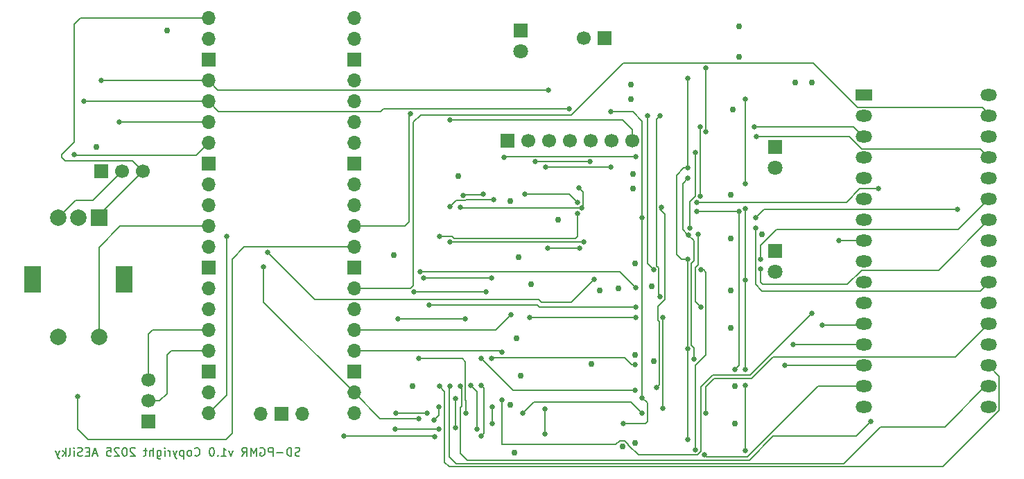
<source format=gbr>
%TF.GenerationSoftware,KiCad,Pcbnew,9.0.4*%
%TF.CreationDate,2025-09-26T12:58:40-07:00*%
%TF.ProjectId,SD-PGMR,53442d50-474d-4522-9e6b-696361645f70,v1.0*%
%TF.SameCoordinates,Original*%
%TF.FileFunction,Copper,L4,Bot*%
%TF.FilePolarity,Positive*%
%FSLAX46Y46*%
G04 Gerber Fmt 4.6, Leading zero omitted, Abs format (unit mm)*
G04 Created by KiCad (PCBNEW 9.0.4) date 2025-09-26 12:58:40*
%MOMM*%
%LPD*%
G01*
G04 APERTURE LIST*
%ADD10C,0.127000*%
%TA.AperFunction,NonConductor*%
%ADD11C,0.127000*%
%TD*%
%TA.AperFunction,ComponentPad*%
%ADD12R,1.700000X1.700000*%
%TD*%
%TA.AperFunction,ComponentPad*%
%ADD13C,1.700000*%
%TD*%
%TA.AperFunction,ComponentPad*%
%ADD14R,2.000000X1.440000*%
%TD*%
%TA.AperFunction,ComponentPad*%
%ADD15O,2.000000X1.440000*%
%TD*%
%TA.AperFunction,ComponentPad*%
%ADD16O,1.700000X1.700000*%
%TD*%
%TA.AperFunction,ComponentPad*%
%ADD17R,2.000000X2.000000*%
%TD*%
%TA.AperFunction,ComponentPad*%
%ADD18C,2.000000*%
%TD*%
%TA.AperFunction,ComponentPad*%
%ADD19R,2.000000X3.200000*%
%TD*%
%TA.AperFunction,ComponentPad*%
%ADD20R,1.800000X1.800000*%
%TD*%
%TA.AperFunction,ComponentPad*%
%ADD21C,1.800000*%
%TD*%
%TA.AperFunction,ViaPad*%
%ADD22C,0.762000*%
%TD*%
%TA.AperFunction,ViaPad*%
%ADD23C,0.635000*%
%TD*%
%TA.AperFunction,Conductor*%
%ADD24C,0.203200*%
%TD*%
G04 APERTURE END LIST*
D10*
D11*
X112752924Y-132916676D02*
X112607781Y-132965056D01*
X112607781Y-132965056D02*
X112365876Y-132965056D01*
X112365876Y-132965056D02*
X112269114Y-132916676D01*
X112269114Y-132916676D02*
X112220733Y-132868295D01*
X112220733Y-132868295D02*
X112172352Y-132771533D01*
X112172352Y-132771533D02*
X112172352Y-132674771D01*
X112172352Y-132674771D02*
X112220733Y-132578009D01*
X112220733Y-132578009D02*
X112269114Y-132529628D01*
X112269114Y-132529628D02*
X112365876Y-132481247D01*
X112365876Y-132481247D02*
X112559400Y-132432866D01*
X112559400Y-132432866D02*
X112656162Y-132384485D01*
X112656162Y-132384485D02*
X112704543Y-132336104D01*
X112704543Y-132336104D02*
X112752924Y-132239342D01*
X112752924Y-132239342D02*
X112752924Y-132142580D01*
X112752924Y-132142580D02*
X112704543Y-132045818D01*
X112704543Y-132045818D02*
X112656162Y-131997437D01*
X112656162Y-131997437D02*
X112559400Y-131949056D01*
X112559400Y-131949056D02*
X112317495Y-131949056D01*
X112317495Y-131949056D02*
X112172352Y-131997437D01*
X111736924Y-132965056D02*
X111736924Y-131949056D01*
X111736924Y-131949056D02*
X111495019Y-131949056D01*
X111495019Y-131949056D02*
X111349876Y-131997437D01*
X111349876Y-131997437D02*
X111253114Y-132094199D01*
X111253114Y-132094199D02*
X111204733Y-132190961D01*
X111204733Y-132190961D02*
X111156352Y-132384485D01*
X111156352Y-132384485D02*
X111156352Y-132529628D01*
X111156352Y-132529628D02*
X111204733Y-132723152D01*
X111204733Y-132723152D02*
X111253114Y-132819914D01*
X111253114Y-132819914D02*
X111349876Y-132916676D01*
X111349876Y-132916676D02*
X111495019Y-132965056D01*
X111495019Y-132965056D02*
X111736924Y-132965056D01*
X110720924Y-132578009D02*
X109946829Y-132578009D01*
X109463019Y-132965056D02*
X109463019Y-131949056D01*
X109463019Y-131949056D02*
X109075971Y-131949056D01*
X109075971Y-131949056D02*
X108979209Y-131997437D01*
X108979209Y-131997437D02*
X108930828Y-132045818D01*
X108930828Y-132045818D02*
X108882447Y-132142580D01*
X108882447Y-132142580D02*
X108882447Y-132287723D01*
X108882447Y-132287723D02*
X108930828Y-132384485D01*
X108930828Y-132384485D02*
X108979209Y-132432866D01*
X108979209Y-132432866D02*
X109075971Y-132481247D01*
X109075971Y-132481247D02*
X109463019Y-132481247D01*
X107914828Y-131997437D02*
X108011590Y-131949056D01*
X108011590Y-131949056D02*
X108156733Y-131949056D01*
X108156733Y-131949056D02*
X108301876Y-131997437D01*
X108301876Y-131997437D02*
X108398638Y-132094199D01*
X108398638Y-132094199D02*
X108447019Y-132190961D01*
X108447019Y-132190961D02*
X108495400Y-132384485D01*
X108495400Y-132384485D02*
X108495400Y-132529628D01*
X108495400Y-132529628D02*
X108447019Y-132723152D01*
X108447019Y-132723152D02*
X108398638Y-132819914D01*
X108398638Y-132819914D02*
X108301876Y-132916676D01*
X108301876Y-132916676D02*
X108156733Y-132965056D01*
X108156733Y-132965056D02*
X108059971Y-132965056D01*
X108059971Y-132965056D02*
X107914828Y-132916676D01*
X107914828Y-132916676D02*
X107866447Y-132868295D01*
X107866447Y-132868295D02*
X107866447Y-132529628D01*
X107866447Y-132529628D02*
X108059971Y-132529628D01*
X107431019Y-132965056D02*
X107431019Y-131949056D01*
X107431019Y-131949056D02*
X107092352Y-132674771D01*
X107092352Y-132674771D02*
X106753685Y-131949056D01*
X106753685Y-131949056D02*
X106753685Y-132965056D01*
X105689304Y-132965056D02*
X106027971Y-132481247D01*
X106269876Y-132965056D02*
X106269876Y-131949056D01*
X106269876Y-131949056D02*
X105882828Y-131949056D01*
X105882828Y-131949056D02*
X105786066Y-131997437D01*
X105786066Y-131997437D02*
X105737685Y-132045818D01*
X105737685Y-132045818D02*
X105689304Y-132142580D01*
X105689304Y-132142580D02*
X105689304Y-132287723D01*
X105689304Y-132287723D02*
X105737685Y-132384485D01*
X105737685Y-132384485D02*
X105786066Y-132432866D01*
X105786066Y-132432866D02*
X105882828Y-132481247D01*
X105882828Y-132481247D02*
X106269876Y-132481247D01*
X104576543Y-132287723D02*
X104334638Y-132965056D01*
X104334638Y-132965056D02*
X104092733Y-132287723D01*
X103173495Y-132965056D02*
X103754067Y-132965056D01*
X103463781Y-132965056D02*
X103463781Y-131949056D01*
X103463781Y-131949056D02*
X103560543Y-132094199D01*
X103560543Y-132094199D02*
X103657305Y-132190961D01*
X103657305Y-132190961D02*
X103754067Y-132239342D01*
X102738067Y-132868295D02*
X102689686Y-132916676D01*
X102689686Y-132916676D02*
X102738067Y-132965056D01*
X102738067Y-132965056D02*
X102786448Y-132916676D01*
X102786448Y-132916676D02*
X102738067Y-132868295D01*
X102738067Y-132868295D02*
X102738067Y-132965056D01*
X102060733Y-131949056D02*
X101963971Y-131949056D01*
X101963971Y-131949056D02*
X101867209Y-131997437D01*
X101867209Y-131997437D02*
X101818828Y-132045818D01*
X101818828Y-132045818D02*
X101770447Y-132142580D01*
X101770447Y-132142580D02*
X101722066Y-132336104D01*
X101722066Y-132336104D02*
X101722066Y-132578009D01*
X101722066Y-132578009D02*
X101770447Y-132771533D01*
X101770447Y-132771533D02*
X101818828Y-132868295D01*
X101818828Y-132868295D02*
X101867209Y-132916676D01*
X101867209Y-132916676D02*
X101963971Y-132965056D01*
X101963971Y-132965056D02*
X102060733Y-132965056D01*
X102060733Y-132965056D02*
X102157495Y-132916676D01*
X102157495Y-132916676D02*
X102205876Y-132868295D01*
X102205876Y-132868295D02*
X102254257Y-132771533D01*
X102254257Y-132771533D02*
X102302638Y-132578009D01*
X102302638Y-132578009D02*
X102302638Y-132336104D01*
X102302638Y-132336104D02*
X102254257Y-132142580D01*
X102254257Y-132142580D02*
X102205876Y-132045818D01*
X102205876Y-132045818D02*
X102157495Y-131997437D01*
X102157495Y-131997437D02*
X102060733Y-131949056D01*
X99931971Y-132868295D02*
X99980352Y-132916676D01*
X99980352Y-132916676D02*
X100125495Y-132965056D01*
X100125495Y-132965056D02*
X100222257Y-132965056D01*
X100222257Y-132965056D02*
X100367400Y-132916676D01*
X100367400Y-132916676D02*
X100464162Y-132819914D01*
X100464162Y-132819914D02*
X100512543Y-132723152D01*
X100512543Y-132723152D02*
X100560924Y-132529628D01*
X100560924Y-132529628D02*
X100560924Y-132384485D01*
X100560924Y-132384485D02*
X100512543Y-132190961D01*
X100512543Y-132190961D02*
X100464162Y-132094199D01*
X100464162Y-132094199D02*
X100367400Y-131997437D01*
X100367400Y-131997437D02*
X100222257Y-131949056D01*
X100222257Y-131949056D02*
X100125495Y-131949056D01*
X100125495Y-131949056D02*
X99980352Y-131997437D01*
X99980352Y-131997437D02*
X99931971Y-132045818D01*
X99351400Y-132965056D02*
X99448162Y-132916676D01*
X99448162Y-132916676D02*
X99496543Y-132868295D01*
X99496543Y-132868295D02*
X99544924Y-132771533D01*
X99544924Y-132771533D02*
X99544924Y-132481247D01*
X99544924Y-132481247D02*
X99496543Y-132384485D01*
X99496543Y-132384485D02*
X99448162Y-132336104D01*
X99448162Y-132336104D02*
X99351400Y-132287723D01*
X99351400Y-132287723D02*
X99206257Y-132287723D01*
X99206257Y-132287723D02*
X99109495Y-132336104D01*
X99109495Y-132336104D02*
X99061114Y-132384485D01*
X99061114Y-132384485D02*
X99012733Y-132481247D01*
X99012733Y-132481247D02*
X99012733Y-132771533D01*
X99012733Y-132771533D02*
X99061114Y-132868295D01*
X99061114Y-132868295D02*
X99109495Y-132916676D01*
X99109495Y-132916676D02*
X99206257Y-132965056D01*
X99206257Y-132965056D02*
X99351400Y-132965056D01*
X98577305Y-132287723D02*
X98577305Y-133303723D01*
X98577305Y-132336104D02*
X98480543Y-132287723D01*
X98480543Y-132287723D02*
X98287019Y-132287723D01*
X98287019Y-132287723D02*
X98190257Y-132336104D01*
X98190257Y-132336104D02*
X98141876Y-132384485D01*
X98141876Y-132384485D02*
X98093495Y-132481247D01*
X98093495Y-132481247D02*
X98093495Y-132771533D01*
X98093495Y-132771533D02*
X98141876Y-132868295D01*
X98141876Y-132868295D02*
X98190257Y-132916676D01*
X98190257Y-132916676D02*
X98287019Y-132965056D01*
X98287019Y-132965056D02*
X98480543Y-132965056D01*
X98480543Y-132965056D02*
X98577305Y-132916676D01*
X97754829Y-132287723D02*
X97512924Y-132965056D01*
X97271019Y-132287723D02*
X97512924Y-132965056D01*
X97512924Y-132965056D02*
X97609686Y-133206961D01*
X97609686Y-133206961D02*
X97658067Y-133255342D01*
X97658067Y-133255342D02*
X97754829Y-133303723D01*
X96883972Y-132965056D02*
X96883972Y-132287723D01*
X96883972Y-132481247D02*
X96835591Y-132384485D01*
X96835591Y-132384485D02*
X96787210Y-132336104D01*
X96787210Y-132336104D02*
X96690448Y-132287723D01*
X96690448Y-132287723D02*
X96593686Y-132287723D01*
X96255020Y-132965056D02*
X96255020Y-132287723D01*
X96255020Y-131949056D02*
X96303401Y-131997437D01*
X96303401Y-131997437D02*
X96255020Y-132045818D01*
X96255020Y-132045818D02*
X96206639Y-131997437D01*
X96206639Y-131997437D02*
X96255020Y-131949056D01*
X96255020Y-131949056D02*
X96255020Y-132045818D01*
X95335781Y-132287723D02*
X95335781Y-133110199D01*
X95335781Y-133110199D02*
X95384162Y-133206961D01*
X95384162Y-133206961D02*
X95432543Y-133255342D01*
X95432543Y-133255342D02*
X95529305Y-133303723D01*
X95529305Y-133303723D02*
X95674448Y-133303723D01*
X95674448Y-133303723D02*
X95771210Y-133255342D01*
X95335781Y-132916676D02*
X95432543Y-132965056D01*
X95432543Y-132965056D02*
X95626067Y-132965056D01*
X95626067Y-132965056D02*
X95722829Y-132916676D01*
X95722829Y-132916676D02*
X95771210Y-132868295D01*
X95771210Y-132868295D02*
X95819591Y-132771533D01*
X95819591Y-132771533D02*
X95819591Y-132481247D01*
X95819591Y-132481247D02*
X95771210Y-132384485D01*
X95771210Y-132384485D02*
X95722829Y-132336104D01*
X95722829Y-132336104D02*
X95626067Y-132287723D01*
X95626067Y-132287723D02*
X95432543Y-132287723D01*
X95432543Y-132287723D02*
X95335781Y-132336104D01*
X94851972Y-132965056D02*
X94851972Y-131949056D01*
X94416543Y-132965056D02*
X94416543Y-132432866D01*
X94416543Y-132432866D02*
X94464924Y-132336104D01*
X94464924Y-132336104D02*
X94561686Y-132287723D01*
X94561686Y-132287723D02*
X94706829Y-132287723D01*
X94706829Y-132287723D02*
X94803591Y-132336104D01*
X94803591Y-132336104D02*
X94851972Y-132384485D01*
X94077877Y-132287723D02*
X93690829Y-132287723D01*
X93932734Y-131949056D02*
X93932734Y-132819914D01*
X93932734Y-132819914D02*
X93884353Y-132916676D01*
X93884353Y-132916676D02*
X93787591Y-132965056D01*
X93787591Y-132965056D02*
X93690829Y-132965056D01*
X92626449Y-132045818D02*
X92578068Y-131997437D01*
X92578068Y-131997437D02*
X92481306Y-131949056D01*
X92481306Y-131949056D02*
X92239401Y-131949056D01*
X92239401Y-131949056D02*
X92142639Y-131997437D01*
X92142639Y-131997437D02*
X92094258Y-132045818D01*
X92094258Y-132045818D02*
X92045877Y-132142580D01*
X92045877Y-132142580D02*
X92045877Y-132239342D01*
X92045877Y-132239342D02*
X92094258Y-132384485D01*
X92094258Y-132384485D02*
X92674830Y-132965056D01*
X92674830Y-132965056D02*
X92045877Y-132965056D01*
X91416925Y-131949056D02*
X91320163Y-131949056D01*
X91320163Y-131949056D02*
X91223401Y-131997437D01*
X91223401Y-131997437D02*
X91175020Y-132045818D01*
X91175020Y-132045818D02*
X91126639Y-132142580D01*
X91126639Y-132142580D02*
X91078258Y-132336104D01*
X91078258Y-132336104D02*
X91078258Y-132578009D01*
X91078258Y-132578009D02*
X91126639Y-132771533D01*
X91126639Y-132771533D02*
X91175020Y-132868295D01*
X91175020Y-132868295D02*
X91223401Y-132916676D01*
X91223401Y-132916676D02*
X91320163Y-132965056D01*
X91320163Y-132965056D02*
X91416925Y-132965056D01*
X91416925Y-132965056D02*
X91513687Y-132916676D01*
X91513687Y-132916676D02*
X91562068Y-132868295D01*
X91562068Y-132868295D02*
X91610449Y-132771533D01*
X91610449Y-132771533D02*
X91658830Y-132578009D01*
X91658830Y-132578009D02*
X91658830Y-132336104D01*
X91658830Y-132336104D02*
X91610449Y-132142580D01*
X91610449Y-132142580D02*
X91562068Y-132045818D01*
X91562068Y-132045818D02*
X91513687Y-131997437D01*
X91513687Y-131997437D02*
X91416925Y-131949056D01*
X90691211Y-132045818D02*
X90642830Y-131997437D01*
X90642830Y-131997437D02*
X90546068Y-131949056D01*
X90546068Y-131949056D02*
X90304163Y-131949056D01*
X90304163Y-131949056D02*
X90207401Y-131997437D01*
X90207401Y-131997437D02*
X90159020Y-132045818D01*
X90159020Y-132045818D02*
X90110639Y-132142580D01*
X90110639Y-132142580D02*
X90110639Y-132239342D01*
X90110639Y-132239342D02*
X90159020Y-132384485D01*
X90159020Y-132384485D02*
X90739592Y-132965056D01*
X90739592Y-132965056D02*
X90110639Y-132965056D01*
X89191401Y-131949056D02*
X89675211Y-131949056D01*
X89675211Y-131949056D02*
X89723592Y-132432866D01*
X89723592Y-132432866D02*
X89675211Y-132384485D01*
X89675211Y-132384485D02*
X89578449Y-132336104D01*
X89578449Y-132336104D02*
X89336544Y-132336104D01*
X89336544Y-132336104D02*
X89239782Y-132384485D01*
X89239782Y-132384485D02*
X89191401Y-132432866D01*
X89191401Y-132432866D02*
X89143020Y-132529628D01*
X89143020Y-132529628D02*
X89143020Y-132771533D01*
X89143020Y-132771533D02*
X89191401Y-132868295D01*
X89191401Y-132868295D02*
X89239782Y-132916676D01*
X89239782Y-132916676D02*
X89336544Y-132965056D01*
X89336544Y-132965056D02*
X89578449Y-132965056D01*
X89578449Y-132965056D02*
X89675211Y-132916676D01*
X89675211Y-132916676D02*
X89723592Y-132868295D01*
X87981878Y-132674771D02*
X87498068Y-132674771D01*
X88078640Y-132965056D02*
X87739973Y-131949056D01*
X87739973Y-131949056D02*
X87401306Y-132965056D01*
X87062640Y-132432866D02*
X86723973Y-132432866D01*
X86578830Y-132965056D02*
X87062640Y-132965056D01*
X87062640Y-132965056D02*
X87062640Y-131949056D01*
X87062640Y-131949056D02*
X86578830Y-131949056D01*
X86191783Y-132916676D02*
X86046640Y-132965056D01*
X86046640Y-132965056D02*
X85804735Y-132965056D01*
X85804735Y-132965056D02*
X85707973Y-132916676D01*
X85707973Y-132916676D02*
X85659592Y-132868295D01*
X85659592Y-132868295D02*
X85611211Y-132771533D01*
X85611211Y-132771533D02*
X85611211Y-132674771D01*
X85611211Y-132674771D02*
X85659592Y-132578009D01*
X85659592Y-132578009D02*
X85707973Y-132529628D01*
X85707973Y-132529628D02*
X85804735Y-132481247D01*
X85804735Y-132481247D02*
X85998259Y-132432866D01*
X85998259Y-132432866D02*
X86095021Y-132384485D01*
X86095021Y-132384485D02*
X86143402Y-132336104D01*
X86143402Y-132336104D02*
X86191783Y-132239342D01*
X86191783Y-132239342D02*
X86191783Y-132142580D01*
X86191783Y-132142580D02*
X86143402Y-132045818D01*
X86143402Y-132045818D02*
X86095021Y-131997437D01*
X86095021Y-131997437D02*
X85998259Y-131949056D01*
X85998259Y-131949056D02*
X85756354Y-131949056D01*
X85756354Y-131949056D02*
X85611211Y-131997437D01*
X85175783Y-132965056D02*
X85175783Y-132287723D01*
X85175783Y-131949056D02*
X85224164Y-131997437D01*
X85224164Y-131997437D02*
X85175783Y-132045818D01*
X85175783Y-132045818D02*
X85127402Y-131997437D01*
X85127402Y-131997437D02*
X85175783Y-131949056D01*
X85175783Y-131949056D02*
X85175783Y-132045818D01*
X84546830Y-132965056D02*
X84643592Y-132916676D01*
X84643592Y-132916676D02*
X84691973Y-132819914D01*
X84691973Y-132819914D02*
X84691973Y-131949056D01*
X84159783Y-132965056D02*
X84159783Y-131949056D01*
X84063021Y-132578009D02*
X83772735Y-132965056D01*
X83772735Y-132287723D02*
X84159783Y-132674771D01*
X83434069Y-132287723D02*
X83192164Y-132965056D01*
X82950259Y-132287723D02*
X83192164Y-132965056D01*
X83192164Y-132965056D02*
X83288926Y-133206961D01*
X83288926Y-133206961D02*
X83337307Y-133255342D01*
X83337307Y-133255342D02*
X83434069Y-133303723D01*
D12*
%TO.P,J4,1,Pin_1*%
%TO.N,GND*%
X94234000Y-128778000D03*
D13*
%TO.P,J4,2,Pin_2*%
%TO.N,/PD3*%
X94234000Y-126238000D03*
%TO.P,J4,3,Pin_3*%
%TO.N,/PD2*%
X94234000Y-123698000D03*
%TD*%
D14*
%TO.P,U10,1,A18*%
%TO.N,/BA18*%
X181610000Y-88900000D03*
D15*
%TO.P,U10,2,A16*%
%TO.N,/BA16*%
X181610000Y-91440000D03*
%TO.P,U10,3,A15*%
%TO.N,/BA15*%
X181610000Y-93980000D03*
%TO.P,U10,4,A12*%
%TO.N,/BA12*%
X181610000Y-96520000D03*
%TO.P,U10,5,A7*%
%TO.N,/BA7*%
X181610000Y-99060000D03*
%TO.P,U10,6,A6*%
%TO.N,/BA6*%
X181610000Y-101600000D03*
%TO.P,U10,7,A5*%
%TO.N,/BA5*%
X181610000Y-104140000D03*
%TO.P,U10,8,A4*%
%TO.N,/BA4*%
X181610000Y-106680000D03*
%TO.P,U10,9,A3*%
%TO.N,/BA3*%
X181610000Y-109220000D03*
%TO.P,U10,10,A2*%
%TO.N,/BA2*%
X181610000Y-111760000D03*
%TO.P,U10,11,A1*%
%TO.N,/BA1*%
X181610000Y-114300000D03*
%TO.P,U10,12,A0*%
%TO.N,/BA0*%
X181610000Y-116840000D03*
%TO.P,U10,13,D0*%
%TO.N,/BD0*%
X181610000Y-119380000D03*
%TO.P,U10,14,D1*%
%TO.N,/BD1*%
X181610000Y-121920000D03*
%TO.P,U10,15,D2*%
%TO.N,/BD2*%
X181610000Y-124460000D03*
%TO.P,U10,16,GND*%
%TO.N,GND*%
X181610000Y-127000000D03*
%TO.P,U10,17,D3*%
%TO.N,/BD3*%
X196850000Y-127000000D03*
%TO.P,U10,18,D4*%
%TO.N,/BD4*%
X196850000Y-124460000D03*
%TO.P,U10,19,D5*%
%TO.N,/BD5*%
X196850000Y-121920000D03*
%TO.P,U10,20,D6*%
%TO.N,/BD6*%
X196850000Y-119380000D03*
%TO.P,U10,21,D7*%
%TO.N,/BD7*%
X196850000Y-116840000D03*
%TO.P,U10,22,CE*%
%TO.N,/F_SEL-*%
X196850000Y-114300000D03*
%TO.P,U10,23,A10*%
%TO.N,/BA10*%
X196850000Y-111760000D03*
%TO.P,U10,24,OE*%
%TO.N,/PRD-*%
X196850000Y-109220000D03*
%TO.P,U10,25,A11*%
%TO.N,/BA11*%
X196850000Y-106680000D03*
%TO.P,U10,26,A9*%
%TO.N,/BA9*%
X196850000Y-104140000D03*
%TO.P,U10,27,A8*%
%TO.N,/BA8*%
X196850000Y-101600000D03*
%TO.P,U10,28,A13*%
%TO.N,/BA13*%
X196850000Y-99060000D03*
%TO.P,U10,29,A14*%
%TO.N,/BA14*%
X196850000Y-96520000D03*
%TO.P,U10,30,A17*%
%TO.N,/BA17*%
X196850000Y-93980000D03*
%TO.P,U10,31,PGM*%
%TO.N,/FWR-*%
X196850000Y-91440000D03*
%TO.P,U10,32,VCC*%
%TO.N,+5VP*%
X196850000Y-88900000D03*
%TD*%
D16*
%TO.P,U3,1,GPIO0*%
%TO.N,/RE_A*%
X101600000Y-79502000D03*
%TO.P,U3,2,GPIO1*%
%TO.N,/RE_B*%
X101600000Y-82042000D03*
D12*
%TO.P,U3,3,GND*%
%TO.N,GND*%
X101600000Y-84582000D03*
D16*
%TO.P,U3,4,GPIO2*%
%TO.N,/SPICK*%
X101600000Y-87122000D03*
%TO.P,U3,5,GPIO3*%
%TO.N,/SPIMO*%
X101600000Y-89662000D03*
%TO.P,U3,6,GPIO4*%
%TO.N,/SPIMI*%
X101600000Y-92202000D03*
%TO.P,U3,7,GPIO5*%
%TO.N,/CARD_CS-*%
X101600000Y-94742000D03*
D12*
%TO.P,U3,8,GND*%
%TO.N,GND*%
X101600000Y-97282000D03*
D16*
%TO.P,U3,9,GPIO6*%
%TO.N,/DISP_CS-*%
X101600000Y-99822000D03*
%TO.P,U3,10,GPIO7*%
%TO.N,/SD_DET-*%
X101600000Y-102362000D03*
%TO.P,U3,11,GPIO8*%
%TO.N,/RE_SW-*%
X101600000Y-104902000D03*
%TO.P,U3,12,GPIO9*%
%TO.N,/FPWR_ON*%
X101600000Y-107442000D03*
D12*
%TO.P,U3,13,GND*%
%TO.N,GND*%
X101600000Y-109982000D03*
D16*
%TO.P,U3,14,GPIO10*%
%TO.N,/PD0*%
X101600000Y-112522000D03*
%TO.P,U3,15,GPIO11*%
%TO.N,/PD1*%
X101600000Y-115062000D03*
%TO.P,U3,16,GPIO12*%
%TO.N,/PD2*%
X101600000Y-117602000D03*
%TO.P,U3,17,GPIO13*%
%TO.N,/PD3*%
X101600000Y-120142000D03*
D12*
%TO.P,U3,18,GND*%
%TO.N,GND*%
X101600000Y-122682000D03*
D16*
%TO.P,U3,19,GPIO14*%
%TO.N,/PD4*%
X101600000Y-125222000D03*
%TO.P,U3,20,GPIO15*%
%TO.N,/PD5*%
X101600000Y-127762000D03*
%TO.P,U3,21,GPIO16*%
%TO.N,/PD6*%
X119380000Y-127762000D03*
%TO.P,U3,22,GPIO17*%
%TO.N,/PD7*%
X119380000Y-125222000D03*
D12*
%TO.P,U3,23,GND*%
%TO.N,GND*%
X119380000Y-122682000D03*
D16*
%TO.P,U3,24,GPIO18*%
%TO.N,/PRD-*%
X119380000Y-120142000D03*
%TO.P,U3,25,GPIO19*%
%TO.N,/PWR-*%
X119380000Y-117602000D03*
%TO.P,U3,26,GPIO20*%
%TO.N,/DATA_LCH*%
X119380000Y-115062000D03*
%TO.P,U3,27,GPIO21*%
%TO.N,/FWR-*%
X119380000Y-112522000D03*
D12*
%TO.P,U3,28,GND*%
%TO.N,GND*%
X119380000Y-109982000D03*
D16*
%TO.P,U3,29,GPIO22*%
%TO.N,Net-(U3-GPIO22)*%
X119380000Y-107442000D03*
%TO.P,U3,30,RUN*%
%TO.N,/RESET-*%
X119380000Y-104902000D03*
%TO.P,U3,31,GPIO26_ADC0*%
%TO.N,/A0*%
X119380000Y-102362000D03*
%TO.P,U3,32,GPIO27_ADC1*%
%TO.N,/A1*%
X119380000Y-99822000D03*
D12*
%TO.P,U3,33,AGND*%
%TO.N,GND*%
X119380000Y-97282000D03*
D16*
%TO.P,U3,34,GPIO28_ADC2*%
%TO.N,/A2*%
X119380000Y-94742000D03*
%TO.P,U3,35,ADC_VREF*%
%TO.N,unconnected-(U3-ADC_VREF-Pad35)_1*%
X119380000Y-92202000D03*
%TO.P,U3,36,3V3*%
%TO.N,+3.3V*%
X119380000Y-89662000D03*
%TO.P,U3,37,3V3_EN*%
%TO.N,unconnected-(U3-3V3_EN-Pad37)_1*%
X119380000Y-87122000D03*
D12*
%TO.P,U3,38,GND*%
%TO.N,GND*%
X119380000Y-84582000D03*
D16*
%TO.P,U3,39,VSYS*%
%TO.N,+5V*%
X119380000Y-82042000D03*
%TO.P,U3,40,VBUS*%
X119380000Y-79502000D03*
%TO.P,U3,D1,SWCLK*%
%TO.N,unconnected-(U3-SWCLK-PadD1)_1*%
X107954000Y-127802000D03*
D12*
%TO.P,U3,D2,GND*%
%TO.N,unconnected-(U3-GND-PadD2)_1*%
X110494000Y-127802000D03*
D16*
%TO.P,U3,D3,SWDIO*%
%TO.N,unconnected-(U3-SWDIO-PadD3)*%
X113034000Y-127802000D03*
%TD*%
D17*
%TO.P,RE1,A,A*%
%TO.N,/RE_A*%
X88225000Y-103875000D03*
D18*
%TO.P,RE1,B,B*%
%TO.N,/RE_B*%
X83225000Y-103875000D03*
%TO.P,RE1,C,C*%
%TO.N,GND*%
X85725000Y-103875000D03*
D19*
%TO.P,RE1,MP*%
%TO.N,N/C*%
X91325000Y-111375000D03*
X80125000Y-111375000D03*
D18*
%TO.P,RE1,S1,S1*%
%TO.N,GND*%
X83225000Y-118375000D03*
%TO.P,RE1,S2,S2*%
%TO.N,/RE_SW-*%
X88225000Y-118375000D03*
%TD*%
D20*
%TO.P,LED3,1,K*%
%TO.N,GND*%
X170815000Y-107950000D03*
D21*
%TO.P,LED3,2,A*%
%TO.N,Net-(LED3-A)*%
X170815000Y-110490000D03*
%TD*%
D20*
%TO.P,LED2,1,K*%
%TO.N,GND*%
X139700000Y-81026000D03*
D21*
%TO.P,LED2,2,A*%
%TO.N,Net-(LED2-A)*%
X139700000Y-83566000D03*
%TD*%
D20*
%TO.P,LED1,1,K*%
%TO.N,GND*%
X170815000Y-95250000D03*
D21*
%TO.P,LED1,2,A*%
%TO.N,Net-(LED1-A)*%
X170815000Y-97790000D03*
%TD*%
D12*
%TO.P,J3,1,Pin_1*%
%TO.N,GND*%
X149992000Y-81915000D03*
D13*
%TO.P,J3,2,Pin_2*%
%TO.N,+3.3V*%
X147452000Y-81915000D03*
%TD*%
D12*
%TO.P,J2,1,Pin_1*%
%TO.N,GND*%
X88519000Y-98171000D03*
D13*
%TO.P,J2,2,Pin_2*%
%TO.N,/RE_B*%
X91059000Y-98171000D03*
%TO.P,J2,3,Pin_3*%
%TO.N,/RE_A*%
X93599000Y-98171000D03*
%TD*%
D12*
%TO.P,J1,1,Pin_1*%
%TO.N,GND*%
X138083500Y-94488000D03*
D13*
%TO.P,J1,2,Pin_2*%
%TO.N,+3.3V*%
X140623500Y-94488000D03*
%TO.P,J1,3,Pin_3*%
%TO.N,/SPICK*%
X143163500Y-94488000D03*
%TO.P,J1,4,Pin_4*%
%TO.N,/SPIMO*%
X145703500Y-94488000D03*
%TO.P,J1,5,Pin_5*%
%TO.N,/DISPRST-*%
X148243500Y-94488000D03*
%TO.P,J1,6,Pin_6*%
%TO.N,/DISP_CD*%
X150783500Y-94488000D03*
%TO.P,J1,7,Pin_7*%
%TO.N,/DISP_CS-*%
X153323500Y-94488000D03*
%TD*%
D22*
%TO.N,GND*%
X165354000Y-106426000D03*
%TO.N,+3.3V*%
X138938000Y-132588000D03*
%TO.N,+5V*%
X153416000Y-100330000D03*
%TO.N,+3.3V*%
X138430000Y-126746000D03*
X87884000Y-95250000D03*
%TO.N,GND*%
X153162000Y-87630000D03*
%TO.N,+5V*%
X153162000Y-89408000D03*
X152146000Y-131826000D03*
X155955000Y-121412000D03*
X155702000Y-112268000D03*
X151638000Y-112522000D03*
X139192000Y-118618000D03*
X132080000Y-98806000D03*
D23*
%TO.N,/FPWR_ON*%
X148717000Y-111379000D03*
D22*
%TO.N,+5V*%
X140970000Y-112014000D03*
%TO.N,+5VP*%
X175260000Y-87376000D03*
%TO.N,GND*%
X173228000Y-87376000D03*
%TO.N,+5VP*%
X169164000Y-105918000D03*
X149352000Y-112776000D03*
%TO.N,GND*%
X126492000Y-124460000D03*
X139700000Y-123190000D03*
X148336000Y-121691400D03*
X153670000Y-120650000D03*
X153670000Y-131371000D03*
X165862000Y-129032000D03*
X165862000Y-124460000D03*
X165354000Y-112776000D03*
X165354000Y-117348000D03*
X165354000Y-101092000D03*
X165608000Y-90678000D03*
X166370000Y-84238100D03*
X166370000Y-80518000D03*
X153416000Y-98552000D03*
X153670000Y-109474000D03*
X144272000Y-104140000D03*
X138430000Y-101854000D03*
X139446000Y-108712000D03*
X124206000Y-108458000D03*
X96520000Y-81026000D03*
D23*
%TO.N,/PD5*%
X103835200Y-106172000D03*
%TO.N,/PD4*%
X129184400Y-128574800D03*
X129743200Y-127000000D03*
%TO.N,/PD7*%
X108356400Y-109880400D03*
X127457200Y-110439200D03*
X153771600Y-112369600D03*
%TO.N,/PD2*%
X136245600Y-129032000D03*
X136245600Y-126949200D03*
%TO.N,/PD3*%
X131759552Y-129489200D03*
X131775200Y-125984000D03*
%TO.N,/PWR-*%
X138582400Y-115722400D03*
%TO.N,/PD0*%
X142697200Y-130289300D03*
X142697200Y-127203200D03*
%TO.N,/PD3*%
X132384800Y-102616000D03*
%TO.N,/PD0*%
X136194800Y-111201200D03*
X127863600Y-111201200D03*
%TO.N,/PD1*%
X135514300Y-112928400D03*
X126703433Y-112936633D03*
%TO.N,/PD2*%
X132994400Y-116179600D03*
X124764800Y-116179600D03*
%TO.N,/PD3*%
X124409200Y-129641600D03*
X129743200Y-129641600D03*
%TO.N,/PRD-*%
X137414000Y-120294400D03*
%TO.N,/PD7*%
X127304800Y-128384300D03*
%TO.N,/PD4*%
X129193500Y-130561539D03*
X118173500Y-130492500D03*
%TO.N,/PD6*%
X124460000Y-127762000D03*
X128270000Y-127762000D03*
%TO.N,/FPWR_ON*%
X108813600Y-108102400D03*
%TO.N,/BD2*%
X134366000Y-129667000D03*
%TO.N,/SPIMO*%
X145669000Y-90551000D03*
%TO.N,/SPICK*%
X143129000Y-88265000D03*
%TO.N,/A0*%
X131114800Y-102489000D03*
X136436100Y-101650800D03*
%TO.N,/A1*%
X135178800Y-100990400D03*
X132740400Y-101104700D03*
%TO.N,/RESET-*%
X126238000Y-91173300D03*
%TO.N,/ADL_LD-*%
X140868400Y-116078000D03*
X153797000Y-116078000D03*
%TO.N,/PD6*%
X128524000Y-114554000D03*
X153797000Y-114808000D03*
%TO.N,/PD4*%
X131098500Y-106807000D03*
X147462621Y-106819700D03*
X160197706Y-105969176D03*
%TO.N,/DISP_CS-*%
X131064000Y-91948000D03*
%TO.N,/DISPRST-*%
X148209000Y-97028000D03*
X141478000Y-97028000D03*
%TO.N,/DISP_CD*%
X150749000Y-97663000D03*
X142748000Y-97663000D03*
%TO.N,/PD2*%
X152273000Y-129032000D03*
%TO.N,/PD1*%
X134874000Y-130556000D03*
X134874000Y-124333000D03*
%TO.N,/ADM_LD-*%
X137731500Y-96456500D03*
X153797000Y-96393000D03*
%TO.N,/ADL_LD-*%
X157088585Y-127139700D03*
X157099000Y-116078000D03*
%TO.N,/PD0*%
X161718600Y-110236000D03*
X161036000Y-132207000D03*
%TO.N,/PD3*%
X156337000Y-124587000D03*
X156959300Y-102616000D03*
%TO.N,/PD4*%
X160909000Y-121158000D03*
X160147000Y-99060000D03*
%TO.N,/ADM_LD-*%
X160401000Y-105156000D03*
X161036000Y-95885000D03*
%TO.N,/PD6*%
X161718600Y-114808000D03*
X161417000Y-105918000D03*
X161683700Y-101219000D03*
X161671000Y-92718900D03*
%TO.N,/PD7*%
X156718000Y-113538000D03*
X156718000Y-91440000D03*
%TO.N,/PD5*%
X129828500Y-106172000D03*
X146685000Y-103313793D03*
X161276300Y-103124000D03*
%TO.N,/PD0*%
X155956000Y-110236000D03*
X155194000Y-91440000D03*
%TO.N,/PD1*%
X167132000Y-122428000D03*
X167132000Y-124333000D03*
X167132000Y-132334000D03*
%TO.N,/PD5*%
X165862000Y-122428000D03*
X166370000Y-103124000D03*
%TO.N,/PD1*%
X167132000Y-111506000D03*
X167132000Y-99682300D03*
X167132000Y-102743000D03*
X167132000Y-89408000D03*
%TO.N,/PD2*%
X154559000Y-125857000D03*
X154559000Y-103881126D03*
X150749000Y-90932000D03*
%TO.N,/PD3*%
X147208621Y-102635526D03*
X146812000Y-100215700D03*
%TO.N,/BD0*%
X136178500Y-121031000D03*
X153670000Y-121793000D03*
X172974000Y-119380000D03*
%TO.N,/BD1*%
X171958000Y-121920000D03*
X134892000Y-121031000D03*
X153670000Y-124968000D03*
%TO.N,/BD2*%
X133604000Y-124333000D03*
X162179000Y-132834300D03*
%TO.N,/F_SEL-*%
X140242500Y-100990400D03*
X146685000Y-101981000D03*
X183388000Y-100330000D03*
X161276300Y-102010144D03*
%TO.N,/BD7*%
X127288500Y-121031000D03*
X133004152Y-127762000D03*
X154559000Y-127762000D03*
X139954000Y-127762000D03*
X162341994Y-127721644D03*
%TO.N,/BD5*%
X129794000Y-124460000D03*
%TO.N,/BD4*%
X131098500Y-124460000D03*
%TO.N,/PRD-*%
X137414000Y-126111000D03*
X175271700Y-115563464D03*
%TO.N,/ACLK*%
X143002000Y-107569000D03*
X146939000Y-107569000D03*
X160147000Y-130937000D03*
X160147000Y-119888000D03*
X160147000Y-108966000D03*
X160147000Y-97790000D03*
X160147000Y-86868000D03*
%TO.N,Net-(U8-~{RC})*%
X162306000Y-85598000D03*
X162306000Y-93345000D03*
%TO.N,/BA11*%
X193040000Y-102870000D03*
%TO.N,/BA15*%
X168275000Y-92718900D03*
%TO.N,/BA14*%
X168529000Y-93980000D03*
%TO.N,/BA11*%
X168407079Y-103876917D03*
%TO.N,/BA10*%
X168402000Y-105156000D03*
%TO.N,/BA8*%
X169037000Y-108966000D03*
%TO.N,/BA9*%
X169037000Y-110109000D03*
%TO.N,/BA4*%
X178562000Y-106680000D03*
%TO.N,/BA0*%
X176530000Y-116967000D03*
%TO.N,/BD3*%
X132358400Y-124460000D03*
X182499000Y-128778000D03*
%TO.N,Net-(U3-GPIO22)*%
X85598000Y-125650000D03*
%TO.N,/CARD_CS-*%
X85217000Y-96139000D03*
%TO.N,/SPIMI*%
X90721000Y-92202000D03*
%TO.N,/SPIMO*%
X86360000Y-89662000D03*
%TO.N,/SPICK*%
X88519000Y-87122000D03*
%TD*%
D24*
%TO.N,/PRD-*%
X151356876Y-131572000D02*
X137414000Y-131572000D01*
X151840476Y-131088400D02*
X151356876Y-131572000D01*
X152451524Y-131088400D02*
X151840476Y-131088400D01*
X152883600Y-131520476D02*
X152451524Y-131088400D01*
X161718694Y-124539306D02*
X161718694Y-132405786D01*
X161718694Y-132405786D02*
X161294180Y-132830300D01*
X163206699Y-123051300D02*
X161718694Y-124539306D01*
X152883600Y-131627724D02*
X152883600Y-131520476D01*
X167783864Y-123051300D02*
X163206699Y-123051300D01*
X175271700Y-115563464D02*
X167783864Y-123051300D01*
X161294180Y-132830300D02*
X154086176Y-132830300D01*
X154086176Y-132830300D02*
X152883600Y-131627724D01*
X137414000Y-131572000D02*
X137414000Y-126111000D01*
%TO.N,/DISP_CS-*%
X153323500Y-93125500D02*
X153323500Y-94488000D01*
X152146000Y-91948000D02*
X153323500Y-93125500D01*
X131064000Y-91948000D02*
X152146000Y-91948000D01*
%TO.N,/RESET-*%
X125603000Y-104902000D02*
X119380000Y-104902000D01*
X126238000Y-91173300D02*
X126111000Y-91300300D01*
X126111000Y-91300300D02*
X126111000Y-104394000D01*
X126111000Y-104394000D02*
X125603000Y-104902000D01*
%TO.N,/CARD_CS-*%
X85344000Y-96266000D02*
X85217000Y-96139000D01*
X100076000Y-96266000D02*
X85344000Y-96266000D01*
X101600000Y-94742000D02*
X100076000Y-96266000D01*
%TO.N,/FWR-*%
X126238000Y-112522000D02*
X119380000Y-112522000D01*
X126619000Y-112141000D02*
X126238000Y-112522000D01*
X127508000Y-91313000D02*
X126619000Y-92202000D01*
X175465600Y-84974700D02*
X152261300Y-84974700D01*
X126619000Y-92202000D02*
X126619000Y-112141000D01*
X196078200Y-90414200D02*
X180905100Y-90414200D01*
X180905100Y-90414200D02*
X175465600Y-84974700D01*
X152261300Y-84974700D02*
X145923000Y-91313000D01*
X145923000Y-91313000D02*
X127508000Y-91313000D01*
X196850000Y-91186000D02*
X196078200Y-90414200D01*
%TO.N,/PD3*%
X157341300Y-103427800D02*
X156744400Y-102830900D01*
X157341300Y-113796180D02*
X157341300Y-103427800D01*
X156744400Y-102830900D02*
X156959300Y-102616000D01*
X156475700Y-114661780D02*
X157341300Y-113796180D01*
X156691600Y-116552080D02*
X156475700Y-116336180D01*
X156475700Y-116336180D02*
X156475700Y-114661780D01*
X156691600Y-124232400D02*
X156691600Y-116552080D01*
X156337000Y-124587000D02*
X156691600Y-124232400D01*
%TO.N,/FPWR_ON*%
X145923000Y-114173000D02*
X148717000Y-111379000D01*
X142240000Y-114173000D02*
X145923000Y-114173000D01*
X141909800Y-113842800D02*
X114554000Y-113842800D01*
X114554000Y-113842800D02*
X108813600Y-108102400D01*
X142240000Y-114173000D02*
X141909800Y-113842800D01*
%TO.N,/ACLK*%
X146939000Y-107569000D02*
X143002000Y-107569000D01*
%TO.N,/BD0*%
X153289000Y-121793000D02*
X153670000Y-121793000D01*
X152450800Y-120954800D02*
X153289000Y-121793000D01*
X136254700Y-120954800D02*
X152450800Y-120954800D01*
X136178500Y-121031000D02*
X136254700Y-120954800D01*
%TO.N,/PD5*%
X166370000Y-121920000D02*
X165862000Y-122428000D01*
X166370000Y-103124000D02*
X166370000Y-121920000D01*
X166370000Y-103124000D02*
X161276300Y-103124000D01*
X103835200Y-125526800D02*
X101600000Y-127762000D01*
X103835200Y-106172000D02*
X103835200Y-125526800D01*
%TO.N,/PD4*%
X129743200Y-128016000D02*
X129184400Y-128574800D01*
X129743200Y-127000000D02*
X129743200Y-128016000D01*
%TO.N,/PD7*%
X108356400Y-109880400D02*
X108356400Y-114198400D01*
X108356400Y-114198400D02*
X119380000Y-125222000D01*
X151841200Y-110439200D02*
X127457200Y-110439200D01*
X153771600Y-112369600D02*
X151841200Y-110439200D01*
%TO.N,/PD2*%
X136245600Y-126949200D02*
X136245600Y-129032000D01*
%TO.N,/PD3*%
X131775200Y-125984000D02*
X131775200Y-129473552D01*
X131775200Y-129473552D02*
X131759552Y-129489200D01*
%TO.N,/BD4*%
X191516000Y-129413000D02*
X196723000Y-124206000D01*
X183642000Y-129413000D02*
X191516000Y-129413000D01*
X179191000Y-133864000D02*
X183642000Y-129413000D01*
X131013200Y-124545300D02*
X131013200Y-133045200D01*
X131013200Y-133045200D02*
X131832000Y-133864000D01*
X131098500Y-124460000D02*
X131013200Y-124545300D01*
X131832000Y-133864000D02*
X179191000Y-133864000D01*
%TO.N,/BD3*%
X180721000Y-130556000D02*
X182499000Y-128778000D01*
X167660400Y-133456600D02*
X170561000Y-130556000D01*
X132381852Y-127053748D02*
X132381852Y-132635852D01*
X133202600Y-133456600D02*
X167660400Y-133456600D01*
X170561000Y-130556000D02*
X180721000Y-130556000D01*
X132573300Y-126862300D02*
X132381852Y-127053748D01*
X132573300Y-124674900D02*
X132573300Y-126862300D01*
X132381852Y-132635852D02*
X133202600Y-133456600D01*
X132358400Y-124460000D02*
X132573300Y-124674900D01*
%TO.N,/PWR-*%
X138582400Y-115722400D02*
X136702800Y-117602000D01*
X136702800Y-117602000D02*
X119380000Y-117602000D01*
%TO.N,/PD0*%
X142697200Y-130289300D02*
X142697200Y-127203200D01*
%TO.N,/BD7*%
X141325600Y-126390400D02*
X139954000Y-127762000D01*
X153187400Y-126390400D02*
X141325600Y-126390400D01*
X154559000Y-127762000D02*
X153187400Y-126390400D01*
%TO.N,/PD3*%
X132404326Y-102635526D02*
X147208621Y-102635526D01*
X132384800Y-102616000D02*
X132404326Y-102635526D01*
%TO.N,/A0*%
X132998580Y-101728000D02*
X131875800Y-101728000D01*
X133075780Y-101650800D02*
X132998580Y-101728000D01*
X131875800Y-101728000D02*
X131114800Y-102489000D01*
X136436100Y-101650800D02*
X133075780Y-101650800D01*
%TO.N,/F_SEL-*%
X145694400Y-100990400D02*
X140242500Y-100990400D01*
X146685000Y-101981000D02*
X145694400Y-100990400D01*
%TO.N,/A1*%
X132753100Y-101092000D02*
X132740400Y-101104700D01*
X135077200Y-101092000D02*
X132753100Y-101092000D01*
X135178800Y-100990400D02*
X135077200Y-101092000D01*
%TO.N,/ADL_LD-*%
X153797000Y-116078000D02*
X140868400Y-116078000D01*
%TO.N,/PD6*%
X153785300Y-114796300D02*
X153797000Y-114808000D01*
X141981820Y-114796300D02*
X153785300Y-114796300D01*
X141739520Y-114554000D02*
X141981820Y-114796300D01*
X128524000Y-114554000D02*
X141739520Y-114554000D01*
%TO.N,/PD1*%
X127965200Y-112928400D02*
X135514300Y-112928400D01*
X127956967Y-112936633D02*
X127965200Y-112928400D01*
X126703433Y-112936633D02*
X127956967Y-112936633D01*
%TO.N,/PD0*%
X127863600Y-111201200D02*
X136194800Y-111201200D01*
%TO.N,/PD2*%
X124764800Y-116179600D02*
X132994400Y-116179600D01*
%TO.N,/PD3*%
X124409200Y-129641600D02*
X129743200Y-129641600D01*
%TO.N,/PD4*%
X118237000Y-130556000D02*
X129187961Y-130556000D01*
X129187961Y-130556000D02*
X129193500Y-130561539D01*
X118173500Y-130492500D02*
X118237000Y-130556000D01*
%TO.N,/PD7*%
X122543300Y-128385300D02*
X119380000Y-125222000D01*
X124731880Y-128371600D02*
X124718180Y-128385300D01*
X127304800Y-128384300D02*
X127292100Y-128371600D01*
X127292100Y-128371600D02*
X124731880Y-128371600D01*
X124718180Y-128385300D02*
X122543300Y-128385300D01*
%TO.N,Net-(U3-GPIO22)*%
X85598000Y-129667000D02*
X85598000Y-125650000D01*
X104521000Y-130175000D02*
X103759000Y-130937000D01*
X104521000Y-108889800D02*
X104521000Y-130175000D01*
X105968800Y-107442000D02*
X104521000Y-108889800D01*
X103759000Y-130937000D02*
X86868000Y-130937000D01*
X86868000Y-130937000D02*
X85598000Y-129667000D01*
X119380000Y-107442000D02*
X105968800Y-107442000D01*
%TO.N,/PRD-*%
X137261600Y-120142000D02*
X137414000Y-120294400D01*
X119380000Y-120142000D02*
X137261600Y-120142000D01*
%TO.N,/BD7*%
X133004152Y-126124352D02*
X133004152Y-127762000D01*
X132980700Y-126100900D02*
X133004152Y-126124352D01*
X132980700Y-121423700D02*
X132980700Y-126100900D01*
X127288500Y-121031000D02*
X132588000Y-121031000D01*
X132588000Y-121031000D02*
X132980700Y-121423700D01*
%TO.N,/BD1*%
X138811000Y-124968000D02*
X153670000Y-124968000D01*
X134892000Y-121049000D02*
X138811000Y-124968000D01*
X134892000Y-121031000D02*
X134892000Y-121049000D01*
%TO.N,/BD5*%
X130429000Y-125095000D02*
X129794000Y-124460000D01*
X191309300Y-134271400D02*
X130969400Y-134271400D01*
X130969400Y-134271400D02*
X130429000Y-133731000D01*
X198155800Y-127424900D02*
X191309300Y-134271400D01*
X198155800Y-123225800D02*
X198155800Y-127424900D01*
X196850000Y-121920000D02*
X198155800Y-123225800D01*
X130429000Y-133731000D02*
X130429000Y-125095000D01*
%TO.N,/PD6*%
X128270000Y-127762000D02*
X124460000Y-127762000D01*
%TO.N,/BD2*%
X134366000Y-125095000D02*
X133604000Y-124333000D01*
X134366000Y-129667000D02*
X134366000Y-125095000D01*
%TO.N,/PD1*%
X135255000Y-124714000D02*
X135255000Y-130175000D01*
X134874000Y-124333000D02*
X135255000Y-124714000D01*
X135255000Y-130175000D02*
X134874000Y-130556000D01*
%TO.N,/SPIMO*%
X122936000Y-90551000D02*
X145669000Y-90551000D01*
X102806600Y-90868600D02*
X122618400Y-90868600D01*
X122618400Y-90868600D02*
X122936000Y-90551000D01*
X101600000Y-89662000D02*
X102806600Y-90868600D01*
%TO.N,/SPICK*%
X143116200Y-88277800D02*
X143129000Y-88265000D01*
X102755800Y-88277800D02*
X143116200Y-88277800D01*
X101600000Y-87122000D02*
X102755800Y-88277800D01*
%TO.N,/PD5*%
X131572580Y-106399600D02*
X146396548Y-106399600D01*
X131344980Y-106172000D02*
X131572580Y-106399600D01*
X129828500Y-106172000D02*
X131344980Y-106172000D01*
X146396548Y-106399600D02*
X146685000Y-106111148D01*
X146685000Y-106111148D02*
X146685000Y-103313793D01*
%TO.N,/PD4*%
X146227797Y-106807000D02*
X131098500Y-106807000D01*
X146240497Y-106819700D02*
X146227797Y-106807000D01*
X147462621Y-106819700D02*
X146240497Y-106819700D01*
X160083500Y-105854500D02*
X160909000Y-106680000D01*
X160083500Y-105854500D02*
X160197706Y-105968706D01*
X160197706Y-105968706D02*
X160197706Y-105969176D01*
X160909000Y-119768520D02*
X160909000Y-121158000D01*
X160554400Y-119413920D02*
X160909000Y-119768520D01*
X160909000Y-106680000D02*
X160909000Y-109085480D01*
X159512000Y-105283000D02*
X160083500Y-105854500D01*
X159512000Y-99695000D02*
X159512000Y-105283000D01*
X160909000Y-109085480D02*
X160554400Y-109440080D01*
X160554400Y-109440080D02*
X160554400Y-119413920D01*
X160147000Y-99060000D02*
X159512000Y-99695000D01*
%TO.N,/PD6*%
X161417000Y-109601000D02*
X161036000Y-109982000D01*
X161036000Y-109982000D02*
X161036000Y-114125400D01*
X161417000Y-105918000D02*
X161417000Y-109601000D01*
X161036000Y-114125400D02*
X161718600Y-114808000D01*
%TO.N,/DISPRST-*%
X141478000Y-97028000D02*
X148209000Y-97028000D01*
%TO.N,/DISP_CD*%
X142748000Y-97663000D02*
X150749000Y-97663000D01*
%TO.N,/PD2*%
X155194000Y-128778000D02*
X155194000Y-126492000D01*
X155194000Y-126492000D02*
X154559000Y-125857000D01*
X152273000Y-129032000D02*
X154940000Y-129032000D01*
X154940000Y-129032000D02*
X155194000Y-128778000D01*
%TO.N,/ADM_LD-*%
X153797000Y-96393000D02*
X137795000Y-96393000D01*
X137795000Y-96393000D02*
X137731500Y-96456500D01*
%TO.N,/PD3*%
X147320000Y-102524147D02*
X147208621Y-102635526D01*
X147320000Y-100723700D02*
X147320000Y-102524147D01*
X146812000Y-100215700D02*
X147320000Y-100723700D01*
%TO.N,/ADL_LD-*%
X157088585Y-127139700D02*
X157088585Y-126936863D01*
X157088585Y-126936863D02*
X157099000Y-126926448D01*
X157099000Y-126926448D02*
X157099000Y-116078000D01*
%TO.N,/PD0*%
X161718600Y-110236000D02*
X162078400Y-110236000D01*
X162341900Y-110499500D02*
X162078400Y-110236000D01*
X162341900Y-120606580D02*
X162341900Y-110499500D01*
X161036000Y-121912480D02*
X162341900Y-120606580D01*
X161036000Y-132207000D02*
X161036000Y-121912480D01*
%TO.N,/BD2*%
X176022000Y-124460000D02*
X181610000Y-124460000D01*
X167432800Y-133049200D02*
X176022000Y-124460000D01*
X162393900Y-133049200D02*
X167432800Y-133049200D01*
X162179000Y-132834300D02*
X162393900Y-133049200D01*
%TO.N,/BD7*%
X192795800Y-120894200D02*
X196850000Y-116840000D01*
X170517114Y-120894200D02*
X192795800Y-120894200D01*
X163375450Y-123458700D02*
X167952615Y-123458700D01*
X162306000Y-127685650D02*
X162306000Y-124528150D01*
X162306000Y-124528150D02*
X163375450Y-123458700D01*
X167952615Y-123458700D02*
X170517114Y-120894200D01*
X162341994Y-127721644D02*
X162306000Y-127685650D01*
%TO.N,/PD7*%
X156579300Y-113399300D02*
X156718000Y-113538000D01*
X156579300Y-109977820D02*
X156579300Y-113399300D01*
X156337000Y-109735520D02*
X156579300Y-109977820D01*
X156337000Y-91821000D02*
X156337000Y-109735520D01*
X156718000Y-91440000D02*
X156337000Y-91821000D01*
%TO.N,/F_SEL-*%
X181149300Y-100330000D02*
X183388000Y-100330000D01*
X179498300Y-101981000D02*
X181149300Y-100330000D01*
X161305444Y-101981000D02*
X179498300Y-101981000D01*
X161276300Y-102010144D02*
X161305444Y-101981000D01*
%TO.N,/PD6*%
X161671000Y-101206300D02*
X161671000Y-92718900D01*
X161683700Y-101219000D02*
X161671000Y-101206300D01*
%TO.N,/ADM_LD-*%
X161036000Y-101226520D02*
X160401000Y-101861520D01*
X160401000Y-101861520D02*
X160401000Y-105156000D01*
X161036000Y-95885000D02*
X161036000Y-101226520D01*
%TO.N,/ACLK*%
X158750000Y-108331000D02*
X158750000Y-98679000D01*
X159385000Y-108966000D02*
X158750000Y-108331000D01*
X160147000Y-108966000D02*
X159385000Y-108966000D01*
X158750000Y-98679000D02*
X159639000Y-97790000D01*
X159639000Y-97790000D02*
X160147000Y-97790000D01*
X160147000Y-130937000D02*
X160147000Y-119888000D01*
X160147000Y-119888000D02*
X160147000Y-108966000D01*
X160147000Y-86868000D02*
X160147000Y-97790000D01*
%TO.N,Net-(U8-~{RC})*%
X162306000Y-93345000D02*
X162306000Y-85598000D01*
%TO.N,/PD0*%
X155194000Y-109474000D02*
X155956000Y-110236000D01*
X155194000Y-91440000D02*
X155194000Y-109474000D01*
%TO.N,/PD2*%
X153416000Y-90932000D02*
X150749000Y-90932000D01*
X154559000Y-92075000D02*
X153416000Y-90932000D01*
X154559000Y-103881126D02*
X154559000Y-92075000D01*
X154559000Y-125857000D02*
X154559000Y-103881126D01*
%TO.N,/PD1*%
X167132000Y-122428000D02*
X167132000Y-111506000D01*
X167132000Y-132334000D02*
X167132000Y-124333000D01*
X167132000Y-111506000D02*
X167132000Y-102743000D01*
X167132000Y-99682300D02*
X167132000Y-89408000D01*
%TO.N,/BA10*%
X169181320Y-112785800D02*
X195824200Y-112785800D01*
X195824200Y-112785800D02*
X196850000Y-111760000D01*
X168402000Y-112006480D02*
X169181320Y-112785800D01*
X168402000Y-105156000D02*
X168402000Y-112006480D01*
%TO.N,/BA9*%
X190744200Y-110245800D02*
X196850000Y-104140000D01*
X181393500Y-110245800D02*
X190744200Y-110245800D01*
X179625300Y-112014000D02*
X181393500Y-110245800D01*
X169291000Y-112014000D02*
X179625300Y-112014000D01*
X169037000Y-110109000D02*
X169037000Y-111760000D01*
X169037000Y-111760000D02*
X169291000Y-112014000D01*
%TO.N,/BA8*%
X193167000Y-105283000D02*
X196850000Y-101600000D01*
X170968800Y-105283000D02*
X193167000Y-105283000D01*
X169037000Y-108966000D02*
X169037000Y-107214800D01*
X169037000Y-107214800D02*
X170968800Y-105283000D01*
%TO.N,/BA11*%
X169413996Y-102870000D02*
X193040000Y-102870000D01*
X168407079Y-103876917D02*
X169413996Y-102870000D01*
%TO.N,/BD0*%
X181610000Y-119380000D02*
X172974000Y-119380000D01*
%TO.N,/BD1*%
X181737000Y-121920000D02*
X171958000Y-121920000D01*
%TO.N,/BA4*%
X178562000Y-106680000D02*
X181610000Y-106680000D01*
%TO.N,/BA0*%
X176530000Y-116967000D02*
X181483000Y-116967000D01*
%TO.N,/BA15*%
X180348900Y-92718900D02*
X181610000Y-93980000D01*
X168275000Y-92718900D02*
X180348900Y-92718900D01*
%TO.N,/BA14*%
X168529000Y-93980000D02*
X179879300Y-93980000D01*
X179879300Y-93980000D02*
X181393500Y-95494200D01*
X181393500Y-95494200D02*
X195824200Y-95494200D01*
X195824200Y-95494200D02*
X196850000Y-96520000D01*
%TO.N,/PD3*%
X96520000Y-120650000D02*
X97028000Y-120142000D01*
X96520000Y-125349000D02*
X96520000Y-120650000D01*
X97028000Y-120142000D02*
X101600000Y-120142000D01*
X94234000Y-126238000D02*
X95631000Y-126238000D01*
X95631000Y-126238000D02*
X96520000Y-125349000D01*
%TO.N,/PD2*%
X94742000Y-117602000D02*
X101600000Y-117602000D01*
X94234000Y-118110000D02*
X94742000Y-117602000D01*
X94234000Y-123698000D02*
X94234000Y-118110000D01*
%TO.N,/RE_SW-*%
X88225000Y-107482000D02*
X88225000Y-118375000D01*
X101600000Y-104902000D02*
X90805000Y-104902000D01*
X90805000Y-104902000D02*
X88225000Y-107482000D01*
%TO.N,/RE_B*%
X85373000Y-101727000D02*
X83225000Y-103875000D01*
X91059000Y-98171000D02*
X87503000Y-101727000D01*
X87503000Y-101727000D02*
X85373000Y-101727000D01*
%TO.N,/RE_A*%
X93599000Y-98171000D02*
X88225000Y-103545000D01*
X84074000Y-96901000D02*
X92329000Y-96901000D01*
X83693000Y-96139000D02*
X83693000Y-96520000D01*
X85217000Y-94615000D02*
X83693000Y-96139000D01*
X85217000Y-80264000D02*
X85217000Y-94615000D01*
X92329000Y-96901000D02*
X93599000Y-98171000D01*
X85979000Y-79502000D02*
X85217000Y-80264000D01*
X101600000Y-79502000D02*
X85979000Y-79502000D01*
X83693000Y-96520000D02*
X84074000Y-96901000D01*
%TO.N,/SPIMI*%
X90721000Y-92202000D02*
X101600000Y-92202000D01*
%TO.N,/SPIMO*%
X86360000Y-89662000D02*
X101600000Y-89662000D01*
%TO.N,/SPICK*%
X88519000Y-87122000D02*
X101600000Y-87122000D01*
%TD*%
M02*

</source>
